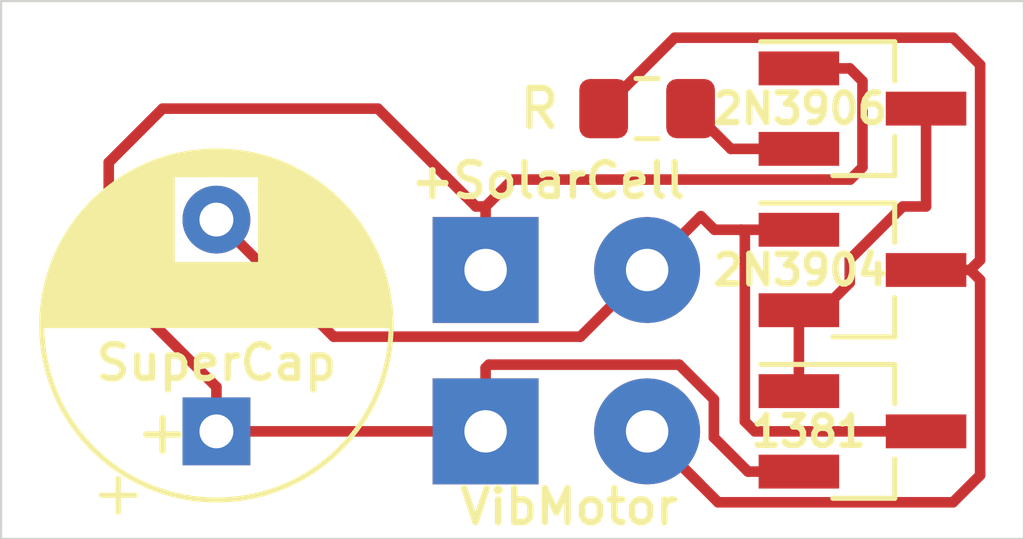
<source format=kicad_pcb>
(kicad_pcb (version 20171130) (host pcbnew "(5.1.2-1)-1")

  (general
    (thickness 1.6)
    (drawings 6)
    (tracks 54)
    (zones 0)
    (modules 7)
    (nets 6)
  )

  (page A4)
  (layers
    (0 F.Cu signal)
    (31 B.Cu signal hide)
    (32 B.Adhes user hide)
    (33 F.Adhes user hide)
    (34 B.Paste user)
    (35 F.Paste user hide)
    (36 B.SilkS user)
    (37 F.SilkS user)
    (38 B.Mask user hide)
    (39 F.Mask user hide)
    (40 Dwgs.User user hide)
    (41 Cmts.User user hide)
    (42 Eco1.User user hide)
    (43 Eco2.User user hide)
    (44 Edge.Cuts user)
    (45 Margin user hide)
    (46 B.CrtYd user hide)
    (47 F.CrtYd user)
    (48 B.Fab user hide)
    (49 F.Fab user hide)
  )

  (setup
    (last_trace_width 0.25)
    (trace_clearance 0.2)
    (zone_clearance 0.508)
    (zone_45_only no)
    (trace_min 0.2)
    (via_size 0.8)
    (via_drill 0.4)
    (via_min_size 0.4)
    (via_min_drill 0.3)
    (uvia_size 0.3)
    (uvia_drill 0.1)
    (uvias_allowed no)
    (uvia_min_size 0.2)
    (uvia_min_drill 0.1)
    (edge_width 0.05)
    (segment_width 0.2)
    (pcb_text_width 0.3)
    (pcb_text_size 1.5 1.5)
    (mod_edge_width 0.12)
    (mod_text_size 1 1)
    (mod_text_width 0.15)
    (pad_size 1.524 1.524)
    (pad_drill 0.762)
    (pad_to_mask_clearance 0.051)
    (solder_mask_min_width 0.25)
    (aux_axis_origin 0 0)
    (grid_origin 114.3 124.46)
    (visible_elements FFFFFF7F)
    (pcbplotparams
      (layerselection 0x010fc_ffffffff)
      (usegerberextensions false)
      (usegerberattributes false)
      (usegerberadvancedattributes false)
      (creategerberjobfile false)
      (excludeedgelayer true)
      (linewidth 0.100000)
      (plotframeref false)
      (viasonmask false)
      (mode 1)
      (useauxorigin false)
      (hpglpennumber 1)
      (hpglpenspeed 20)
      (hpglpendiameter 15.000000)
      (psnegative false)
      (psa4output false)
      (plotreference true)
      (plotvalue true)
      (plotinvisibletext false)
      (padsonsilk false)
      (subtractmaskfromsilk false)
      (outputformat 1)
      (mirror false)
      (drillshape 0)
      (scaleselection 1)
      (outputdirectory "/Users/aquillen/Desktop/jello_robos/KiCad_lab/beamer_small/gerberfiles/"))
  )

  (net 0 "")
  (net 1 "Net-(C1-Pad1)")
  (net 2 "Net-(C1-Pad2)")
  (net 3 "Net-(M1-Pad2)")
  (net 4 "Net-(Q1-Pad3)")
  (net 5 "Net-(Q1-Pad2)")

  (net_class Default "This is the default net class."
    (clearance 0.2)
    (trace_width 0.25)
    (via_dia 0.8)
    (via_drill 0.4)
    (uvia_dia 0.3)
    (uvia_drill 0.1)
    (add_net "Net-(C1-Pad1)")
    (add_net "Net-(C1-Pad2)")
    (add_net "Net-(M1-Pad2)")
    (add_net "Net-(Q1-Pad2)")
    (add_net "Net-(Q1-Pad3)")
  )

  (module Package_TO_SOT_SMD:SOT-23_Handsoldering (layer F.Cu) (tedit 5A0AB76C) (tstamp 5D292425)
    (at 134.62 118.11)
    (descr "SOT-23, Handsoldering")
    (tags SOT-23)
    (path /5D27E642)
    (attr smd)
    (fp_text reference 2N3904 (at -1.47 0) (layer F.SilkS)
      (effects (font (size 0.7 0.7) (thickness 0.15)))
    )
    (fp_text value 2N3904 (at 1.27 1.27) (layer F.Fab)
      (effects (font (size 0.8 0.8) (thickness 0.15)))
    )
    (fp_text user %R (at 0 0 90) (layer F.Fab)
      (effects (font (size 0.5 0.5) (thickness 0.075)))
    )
    (fp_line (start 0.76 1.58) (end 0.76 0.65) (layer F.SilkS) (width 0.12))
    (fp_line (start 0.76 -1.58) (end 0.76 -0.65) (layer F.SilkS) (width 0.12))
    (fp_line (start -2.7 -1.75) (end 2.7 -1.75) (layer F.CrtYd) (width 0.05))
    (fp_line (start 2.7 -1.75) (end 2.7 1.75) (layer F.CrtYd) (width 0.05))
    (fp_line (start 2.7 1.75) (end -2.7 1.75) (layer F.CrtYd) (width 0.05))
    (fp_line (start -2.7 1.75) (end -2.7 -1.75) (layer F.CrtYd) (width 0.05))
    (fp_line (start 0.76 -1.58) (end -2.4 -1.58) (layer F.SilkS) (width 0.12))
    (fp_line (start -0.7 -0.95) (end -0.7 1.5) (layer F.Fab) (width 0.1))
    (fp_line (start -0.15 -1.52) (end 0.7 -1.52) (layer F.Fab) (width 0.1))
    (fp_line (start -0.7 -0.95) (end -0.15 -1.52) (layer F.Fab) (width 0.1))
    (fp_line (start 0.7 -1.52) (end 0.7 1.52) (layer F.Fab) (width 0.1))
    (fp_line (start -0.7 1.52) (end 0.7 1.52) (layer F.Fab) (width 0.1))
    (fp_line (start 0.76 1.58) (end -0.7 1.58) (layer F.SilkS) (width 0.12))
    (pad 1 smd rect (at -1.5 -0.95) (size 1.9 0.8) (layers F.Cu F.Paste F.Mask)
      (net 2 "Net-(C1-Pad2)"))
    (pad 2 smd rect (at -1.5 0.95) (size 1.9 0.8) (layers F.Cu F.Paste F.Mask)
      (net 4 "Net-(Q1-Pad3)"))
    (pad 3 smd rect (at 1.5 0) (size 1.9 0.8) (layers F.Cu F.Paste F.Mask)
      (net 3 "Net-(M1-Pad2)"))
    (model ${KISYS3DMOD}/Package_TO_SOT_SMD.3dshapes/SOT-23.wrl
      (at (xyz 0 0 0))
      (scale (xyz 1 1 1))
      (rotate (xyz 0 0 0))
    )
  )

  (module Capacitor_THT:CP_Radial_D8.0mm_P5.00mm (layer F.Cu) (tedit 5AE50EF0) (tstamp 5D2923F0)
    (at 119.38 121.92 90)
    (descr "CP, Radial series, Radial, pin pitch=5.00mm, , diameter=8mm, Electrolytic Capacitor")
    (tags "CP Radial series Radial pin pitch 5.00mm  diameter 8mm Electrolytic Capacitor")
    (path /5D29278E)
    (fp_text reference SuperCap (at 1.62 0 180) (layer F.SilkS)
      (effects (font (size 0.8 0.8) (thickness 0.15)))
    )
    (fp_text value SuperCap (at 1.62 0 180) (layer F.Fab)
      (effects (font (size 0.9 0.9) (thickness 0.15)))
    )
    (fp_circle (center 2.5 0) (end 6.5 0) (layer F.Fab) (width 0.1))
    (fp_circle (center 2.5 0) (end 6.62 0) (layer F.SilkS) (width 0.12))
    (fp_circle (center 2.5 0) (end 6.75 0) (layer F.CrtYd) (width 0.05))
    (fp_line (start -0.926759 -1.7475) (end -0.126759 -1.7475) (layer F.Fab) (width 0.1))
    (fp_line (start -0.526759 -2.1475) (end -0.526759 -1.3475) (layer F.Fab) (width 0.1))
    (fp_line (start 2.5 -4.08) (end 2.5 4.08) (layer F.SilkS) (width 0.12))
    (fp_line (start 2.54 -4.08) (end 2.54 4.08) (layer F.SilkS) (width 0.12))
    (fp_line (start 2.58 -4.08) (end 2.58 4.08) (layer F.SilkS) (width 0.12))
    (fp_line (start 2.62 -4.079) (end 2.62 4.079) (layer F.SilkS) (width 0.12))
    (fp_line (start 2.66 -4.077) (end 2.66 4.077) (layer F.SilkS) (width 0.12))
    (fp_line (start 2.7 -4.076) (end 2.7 4.076) (layer F.SilkS) (width 0.12))
    (fp_line (start 2.74 -4.074) (end 2.74 4.074) (layer F.SilkS) (width 0.12))
    (fp_line (start 2.78 -4.071) (end 2.78 4.071) (layer F.SilkS) (width 0.12))
    (fp_line (start 2.82 -4.068) (end 2.82 4.068) (layer F.SilkS) (width 0.12))
    (fp_line (start 2.86 -4.065) (end 2.86 4.065) (layer F.SilkS) (width 0.12))
    (fp_line (start 2.9 -4.061) (end 2.9 4.061) (layer F.SilkS) (width 0.12))
    (fp_line (start 2.94 -4.057) (end 2.94 4.057) (layer F.SilkS) (width 0.12))
    (fp_line (start 2.98 -4.052) (end 2.98 4.052) (layer F.SilkS) (width 0.12))
    (fp_line (start 3.02 -4.048) (end 3.02 4.048) (layer F.SilkS) (width 0.12))
    (fp_line (start 3.06 -4.042) (end 3.06 4.042) (layer F.SilkS) (width 0.12))
    (fp_line (start 3.1 -4.037) (end 3.1 4.037) (layer F.SilkS) (width 0.12))
    (fp_line (start 3.14 -4.03) (end 3.14 4.03) (layer F.SilkS) (width 0.12))
    (fp_line (start 3.18 -4.024) (end 3.18 4.024) (layer F.SilkS) (width 0.12))
    (fp_line (start 3.221 -4.017) (end 3.221 4.017) (layer F.SilkS) (width 0.12))
    (fp_line (start 3.261 -4.01) (end 3.261 4.01) (layer F.SilkS) (width 0.12))
    (fp_line (start 3.301 -4.002) (end 3.301 4.002) (layer F.SilkS) (width 0.12))
    (fp_line (start 3.341 -3.994) (end 3.341 3.994) (layer F.SilkS) (width 0.12))
    (fp_line (start 3.381 -3.985) (end 3.381 3.985) (layer F.SilkS) (width 0.12))
    (fp_line (start 3.421 -3.976) (end 3.421 3.976) (layer F.SilkS) (width 0.12))
    (fp_line (start 3.461 -3.967) (end 3.461 3.967) (layer F.SilkS) (width 0.12))
    (fp_line (start 3.501 -3.957) (end 3.501 3.957) (layer F.SilkS) (width 0.12))
    (fp_line (start 3.541 -3.947) (end 3.541 3.947) (layer F.SilkS) (width 0.12))
    (fp_line (start 3.581 -3.936) (end 3.581 3.936) (layer F.SilkS) (width 0.12))
    (fp_line (start 3.621 -3.925) (end 3.621 3.925) (layer F.SilkS) (width 0.12))
    (fp_line (start 3.661 -3.914) (end 3.661 3.914) (layer F.SilkS) (width 0.12))
    (fp_line (start 3.701 -3.902) (end 3.701 3.902) (layer F.SilkS) (width 0.12))
    (fp_line (start 3.741 -3.889) (end 3.741 3.889) (layer F.SilkS) (width 0.12))
    (fp_line (start 3.781 -3.877) (end 3.781 3.877) (layer F.SilkS) (width 0.12))
    (fp_line (start 3.821 -3.863) (end 3.821 3.863) (layer F.SilkS) (width 0.12))
    (fp_line (start 3.861 -3.85) (end 3.861 3.85) (layer F.SilkS) (width 0.12))
    (fp_line (start 3.901 -3.835) (end 3.901 3.835) (layer F.SilkS) (width 0.12))
    (fp_line (start 3.941 -3.821) (end 3.941 3.821) (layer F.SilkS) (width 0.12))
    (fp_line (start 3.981 -3.805) (end 3.981 -1.04) (layer F.SilkS) (width 0.12))
    (fp_line (start 3.981 1.04) (end 3.981 3.805) (layer F.SilkS) (width 0.12))
    (fp_line (start 4.021 -3.79) (end 4.021 -1.04) (layer F.SilkS) (width 0.12))
    (fp_line (start 4.021 1.04) (end 4.021 3.79) (layer F.SilkS) (width 0.12))
    (fp_line (start 4.061 -3.774) (end 4.061 -1.04) (layer F.SilkS) (width 0.12))
    (fp_line (start 4.061 1.04) (end 4.061 3.774) (layer F.SilkS) (width 0.12))
    (fp_line (start 4.101 -3.757) (end 4.101 -1.04) (layer F.SilkS) (width 0.12))
    (fp_line (start 4.101 1.04) (end 4.101 3.757) (layer F.SilkS) (width 0.12))
    (fp_line (start 4.141 -3.74) (end 4.141 -1.04) (layer F.SilkS) (width 0.12))
    (fp_line (start 4.141 1.04) (end 4.141 3.74) (layer F.SilkS) (width 0.12))
    (fp_line (start 4.181 -3.722) (end 4.181 -1.04) (layer F.SilkS) (width 0.12))
    (fp_line (start 4.181 1.04) (end 4.181 3.722) (layer F.SilkS) (width 0.12))
    (fp_line (start 4.221 -3.704) (end 4.221 -1.04) (layer F.SilkS) (width 0.12))
    (fp_line (start 4.221 1.04) (end 4.221 3.704) (layer F.SilkS) (width 0.12))
    (fp_line (start 4.261 -3.686) (end 4.261 -1.04) (layer F.SilkS) (width 0.12))
    (fp_line (start 4.261 1.04) (end 4.261 3.686) (layer F.SilkS) (width 0.12))
    (fp_line (start 4.301 -3.666) (end 4.301 -1.04) (layer F.SilkS) (width 0.12))
    (fp_line (start 4.301 1.04) (end 4.301 3.666) (layer F.SilkS) (width 0.12))
    (fp_line (start 4.341 -3.647) (end 4.341 -1.04) (layer F.SilkS) (width 0.12))
    (fp_line (start 4.341 1.04) (end 4.341 3.647) (layer F.SilkS) (width 0.12))
    (fp_line (start 4.381 -3.627) (end 4.381 -1.04) (layer F.SilkS) (width 0.12))
    (fp_line (start 4.381 1.04) (end 4.381 3.627) (layer F.SilkS) (width 0.12))
    (fp_line (start 4.421 -3.606) (end 4.421 -1.04) (layer F.SilkS) (width 0.12))
    (fp_line (start 4.421 1.04) (end 4.421 3.606) (layer F.SilkS) (width 0.12))
    (fp_line (start 4.461 -3.584) (end 4.461 -1.04) (layer F.SilkS) (width 0.12))
    (fp_line (start 4.461 1.04) (end 4.461 3.584) (layer F.SilkS) (width 0.12))
    (fp_line (start 4.501 -3.562) (end 4.501 -1.04) (layer F.SilkS) (width 0.12))
    (fp_line (start 4.501 1.04) (end 4.501 3.562) (layer F.SilkS) (width 0.12))
    (fp_line (start 4.541 -3.54) (end 4.541 -1.04) (layer F.SilkS) (width 0.12))
    (fp_line (start 4.541 1.04) (end 4.541 3.54) (layer F.SilkS) (width 0.12))
    (fp_line (start 4.581 -3.517) (end 4.581 -1.04) (layer F.SilkS) (width 0.12))
    (fp_line (start 4.581 1.04) (end 4.581 3.517) (layer F.SilkS) (width 0.12))
    (fp_line (start 4.621 -3.493) (end 4.621 -1.04) (layer F.SilkS) (width 0.12))
    (fp_line (start 4.621 1.04) (end 4.621 3.493) (layer F.SilkS) (width 0.12))
    (fp_line (start 4.661 -3.469) (end 4.661 -1.04) (layer F.SilkS) (width 0.12))
    (fp_line (start 4.661 1.04) (end 4.661 3.469) (layer F.SilkS) (width 0.12))
    (fp_line (start 4.701 -3.444) (end 4.701 -1.04) (layer F.SilkS) (width 0.12))
    (fp_line (start 4.701 1.04) (end 4.701 3.444) (layer F.SilkS) (width 0.12))
    (fp_line (start 4.741 -3.418) (end 4.741 -1.04) (layer F.SilkS) (width 0.12))
    (fp_line (start 4.741 1.04) (end 4.741 3.418) (layer F.SilkS) (width 0.12))
    (fp_line (start 4.781 -3.392) (end 4.781 -1.04) (layer F.SilkS) (width 0.12))
    (fp_line (start 4.781 1.04) (end 4.781 3.392) (layer F.SilkS) (width 0.12))
    (fp_line (start 4.821 -3.365) (end 4.821 -1.04) (layer F.SilkS) (width 0.12))
    (fp_line (start 4.821 1.04) (end 4.821 3.365) (layer F.SilkS) (width 0.12))
    (fp_line (start 4.861 -3.338) (end 4.861 -1.04) (layer F.SilkS) (width 0.12))
    (fp_line (start 4.861 1.04) (end 4.861 3.338) (layer F.SilkS) (width 0.12))
    (fp_line (start 4.901 -3.309) (end 4.901 -1.04) (layer F.SilkS) (width 0.12))
    (fp_line (start 4.901 1.04) (end 4.901 3.309) (layer F.SilkS) (width 0.12))
    (fp_line (start 4.941 -3.28) (end 4.941 -1.04) (layer F.SilkS) (width 0.12))
    (fp_line (start 4.941 1.04) (end 4.941 3.28) (layer F.SilkS) (width 0.12))
    (fp_line (start 4.981 -3.25) (end 4.981 -1.04) (layer F.SilkS) (width 0.12))
    (fp_line (start 4.981 1.04) (end 4.981 3.25) (layer F.SilkS) (width 0.12))
    (fp_line (start 5.021 -3.22) (end 5.021 -1.04) (layer F.SilkS) (width 0.12))
    (fp_line (start 5.021 1.04) (end 5.021 3.22) (layer F.SilkS) (width 0.12))
    (fp_line (start 5.061 -3.189) (end 5.061 -1.04) (layer F.SilkS) (width 0.12))
    (fp_line (start 5.061 1.04) (end 5.061 3.189) (layer F.SilkS) (width 0.12))
    (fp_line (start 5.101 -3.156) (end 5.101 -1.04) (layer F.SilkS) (width 0.12))
    (fp_line (start 5.101 1.04) (end 5.101 3.156) (layer F.SilkS) (width 0.12))
    (fp_line (start 5.141 -3.124) (end 5.141 -1.04) (layer F.SilkS) (width 0.12))
    (fp_line (start 5.141 1.04) (end 5.141 3.124) (layer F.SilkS) (width 0.12))
    (fp_line (start 5.181 -3.09) (end 5.181 -1.04) (layer F.SilkS) (width 0.12))
    (fp_line (start 5.181 1.04) (end 5.181 3.09) (layer F.SilkS) (width 0.12))
    (fp_line (start 5.221 -3.055) (end 5.221 -1.04) (layer F.SilkS) (width 0.12))
    (fp_line (start 5.221 1.04) (end 5.221 3.055) (layer F.SilkS) (width 0.12))
    (fp_line (start 5.261 -3.019) (end 5.261 -1.04) (layer F.SilkS) (width 0.12))
    (fp_line (start 5.261 1.04) (end 5.261 3.019) (layer F.SilkS) (width 0.12))
    (fp_line (start 5.301 -2.983) (end 5.301 -1.04) (layer F.SilkS) (width 0.12))
    (fp_line (start 5.301 1.04) (end 5.301 2.983) (layer F.SilkS) (width 0.12))
    (fp_line (start 5.341 -2.945) (end 5.341 -1.04) (layer F.SilkS) (width 0.12))
    (fp_line (start 5.341 1.04) (end 5.341 2.945) (layer F.SilkS) (width 0.12))
    (fp_line (start 5.381 -2.907) (end 5.381 -1.04) (layer F.SilkS) (width 0.12))
    (fp_line (start 5.381 1.04) (end 5.381 2.907) (layer F.SilkS) (width 0.12))
    (fp_line (start 5.421 -2.867) (end 5.421 -1.04) (layer F.SilkS) (width 0.12))
    (fp_line (start 5.421 1.04) (end 5.421 2.867) (layer F.SilkS) (width 0.12))
    (fp_line (start 5.461 -2.826) (end 5.461 -1.04) (layer F.SilkS) (width 0.12))
    (fp_line (start 5.461 1.04) (end 5.461 2.826) (layer F.SilkS) (width 0.12))
    (fp_line (start 5.501 -2.784) (end 5.501 -1.04) (layer F.SilkS) (width 0.12))
    (fp_line (start 5.501 1.04) (end 5.501 2.784) (layer F.SilkS) (width 0.12))
    (fp_line (start 5.541 -2.741) (end 5.541 -1.04) (layer F.SilkS) (width 0.12))
    (fp_line (start 5.541 1.04) (end 5.541 2.741) (layer F.SilkS) (width 0.12))
    (fp_line (start 5.581 -2.697) (end 5.581 -1.04) (layer F.SilkS) (width 0.12))
    (fp_line (start 5.581 1.04) (end 5.581 2.697) (layer F.SilkS) (width 0.12))
    (fp_line (start 5.621 -2.651) (end 5.621 -1.04) (layer F.SilkS) (width 0.12))
    (fp_line (start 5.621 1.04) (end 5.621 2.651) (layer F.SilkS) (width 0.12))
    (fp_line (start 5.661 -2.604) (end 5.661 -1.04) (layer F.SilkS) (width 0.12))
    (fp_line (start 5.661 1.04) (end 5.661 2.604) (layer F.SilkS) (width 0.12))
    (fp_line (start 5.701 -2.556) (end 5.701 -1.04) (layer F.SilkS) (width 0.12))
    (fp_line (start 5.701 1.04) (end 5.701 2.556) (layer F.SilkS) (width 0.12))
    (fp_line (start 5.741 -2.505) (end 5.741 -1.04) (layer F.SilkS) (width 0.12))
    (fp_line (start 5.741 1.04) (end 5.741 2.505) (layer F.SilkS) (width 0.12))
    (fp_line (start 5.781 -2.454) (end 5.781 -1.04) (layer F.SilkS) (width 0.12))
    (fp_line (start 5.781 1.04) (end 5.781 2.454) (layer F.SilkS) (width 0.12))
    (fp_line (start 5.821 -2.4) (end 5.821 -1.04) (layer F.SilkS) (width 0.12))
    (fp_line (start 5.821 1.04) (end 5.821 2.4) (layer F.SilkS) (width 0.12))
    (fp_line (start 5.861 -2.345) (end 5.861 -1.04) (layer F.SilkS) (width 0.12))
    (fp_line (start 5.861 1.04) (end 5.861 2.345) (layer F.SilkS) (width 0.12))
    (fp_line (start 5.901 -2.287) (end 5.901 -1.04) (layer F.SilkS) (width 0.12))
    (fp_line (start 5.901 1.04) (end 5.901 2.287) (layer F.SilkS) (width 0.12))
    (fp_line (start 5.941 -2.228) (end 5.941 -1.04) (layer F.SilkS) (width 0.12))
    (fp_line (start 5.941 1.04) (end 5.941 2.228) (layer F.SilkS) (width 0.12))
    (fp_line (start 5.981 -2.166) (end 5.981 -1.04) (layer F.SilkS) (width 0.12))
    (fp_line (start 5.981 1.04) (end 5.981 2.166) (layer F.SilkS) (width 0.12))
    (fp_line (start 6.021 -2.102) (end 6.021 -1.04) (layer F.SilkS) (width 0.12))
    (fp_line (start 6.021 1.04) (end 6.021 2.102) (layer F.SilkS) (width 0.12))
    (fp_line (start 6.061 -2.034) (end 6.061 2.034) (layer F.SilkS) (width 0.12))
    (fp_line (start 6.101 -1.964) (end 6.101 1.964) (layer F.SilkS) (width 0.12))
    (fp_line (start 6.141 -1.89) (end 6.141 1.89) (layer F.SilkS) (width 0.12))
    (fp_line (start 6.181 -1.813) (end 6.181 1.813) (layer F.SilkS) (width 0.12))
    (fp_line (start 6.221 -1.731) (end 6.221 1.731) (layer F.SilkS) (width 0.12))
    (fp_line (start 6.261 -1.645) (end 6.261 1.645) (layer F.SilkS) (width 0.12))
    (fp_line (start 6.301 -1.552) (end 6.301 1.552) (layer F.SilkS) (width 0.12))
    (fp_line (start 6.341 -1.453) (end 6.341 1.453) (layer F.SilkS) (width 0.12))
    (fp_line (start 6.381 -1.346) (end 6.381 1.346) (layer F.SilkS) (width 0.12))
    (fp_line (start 6.421 -1.229) (end 6.421 1.229) (layer F.SilkS) (width 0.12))
    (fp_line (start 6.461 -1.098) (end 6.461 1.098) (layer F.SilkS) (width 0.12))
    (fp_line (start 6.501 -0.948) (end 6.501 0.948) (layer F.SilkS) (width 0.12))
    (fp_line (start 6.541 -0.768) (end 6.541 0.768) (layer F.SilkS) (width 0.12))
    (fp_line (start 6.581 -0.533) (end 6.581 0.533) (layer F.SilkS) (width 0.12))
    (fp_line (start -1.909698 -2.315) (end -1.109698 -2.315) (layer F.SilkS) (width 0.12))
    (fp_line (start -1.509698 -2.715) (end -1.509698 -1.915) (layer F.SilkS) (width 0.12))
    (pad 1 thru_hole rect (at 0 0 90) (size 1.6 1.6) (drill 0.8) (layers *.Cu *.Mask)
      (net 1 "Net-(C1-Pad1)"))
    (pad 2 thru_hole circle (at 5 0 90) (size 1.6 1.6) (drill 0.8) (layers *.Cu *.Mask)
      (net 2 "Net-(C1-Pad2)"))
    (model ${KISYS3DMOD}/Capacitor_THT.3dshapes/CP_Radial_D8.0mm_P5.00mm.wrl
      (at (xyz 0 0 0))
      (scale (xyz 1 1 1))
      (rotate (xyz 0 0 0))
    )
  )

  (module Connector_Wire:SolderWirePad_1x02_P3.81mm_Drill1mm (layer F.Cu) (tedit 5AEE5F04) (tstamp 5D29CE9A)
    (at 125.73 121.92)
    (descr "Wire solder connection")
    (tags connector)
    (path /5D28770A)
    (attr virtual)
    (fp_text reference VibMotor (at 1.97 1.78) (layer F.SilkS)
      (effects (font (size 0.8 0.8) (thickness 0.15)))
    )
    (fp_text value VibMotor (at 1.27 1.88) (layer F.Fab)
      (effects (font (size 0.8 0.8) (thickness 0.15)))
    )
    (fp_text user %R (at 1.905 0) (layer F.Fab) hide
      (effects (font (size 0.8 0.8) (thickness 0.15)))
    )
    (fp_line (start -1.74 -1.75) (end 5.56 -1.75) (layer F.CrtYd) (width 0.05))
    (fp_line (start -1.74 -1.75) (end -1.74 1.75) (layer F.CrtYd) (width 0.05))
    (fp_line (start 5.56 1.75) (end 5.56 -1.75) (layer F.CrtYd) (width 0.05))
    (fp_line (start 5.56 1.75) (end -1.74 1.75) (layer F.CrtYd) (width 0.05))
    (pad 1 thru_hole rect (at 0 0) (size 2.49936 2.49936) (drill 1.00076) (layers *.Cu *.Mask)
      (net 1 "Net-(C1-Pad1)"))
    (pad 2 thru_hole circle (at 3.81 0) (size 2.49936 2.49936) (drill 1.00076) (layers *.Cu *.Mask)
      (net 3 "Net-(M1-Pad2)"))
  )

  (module Package_TO_SOT_SMD:SOT-23_Handsoldering (layer F.Cu) (tedit 5A0AB76C) (tstamp 5D292410)
    (at 134.62 114.3)
    (descr "SOT-23, Handsoldering")
    (tags SOT-23)
    (path /5D27ECD4)
    (attr smd)
    (fp_text reference 2N3906 (at -1.47 0) (layer F.SilkS)
      (effects (font (size 0.7 0.7) (thickness 0.15)))
    )
    (fp_text value 2N3906 (at 1.27 1.27 180) (layer F.Fab)
      (effects (font (size 0.8 0.8) (thickness 0.15)))
    )
    (fp_line (start 0.76 1.58) (end -0.7 1.58) (layer F.SilkS) (width 0.12))
    (fp_line (start -0.7 1.52) (end 0.7 1.52) (layer F.Fab) (width 0.1))
    (fp_line (start 0.7 -1.52) (end 0.7 1.52) (layer F.Fab) (width 0.1))
    (fp_line (start -0.7 -0.95) (end -0.15 -1.52) (layer F.Fab) (width 0.1))
    (fp_line (start -0.15 -1.52) (end 0.7 -1.52) (layer F.Fab) (width 0.1))
    (fp_line (start -0.7 -0.95) (end -0.7 1.5) (layer F.Fab) (width 0.1))
    (fp_line (start 0.76 -1.58) (end -2.4 -1.58) (layer F.SilkS) (width 0.12))
    (fp_line (start -2.7 1.75) (end -2.7 -1.75) (layer F.CrtYd) (width 0.05))
    (fp_line (start 2.7 1.75) (end -2.7 1.75) (layer F.CrtYd) (width 0.05))
    (fp_line (start 2.7 -1.75) (end 2.7 1.75) (layer F.CrtYd) (width 0.05))
    (fp_line (start -2.7 -1.75) (end 2.7 -1.75) (layer F.CrtYd) (width 0.05))
    (fp_line (start 0.76 -1.58) (end 0.76 -0.65) (layer F.SilkS) (width 0.12))
    (fp_line (start 0.76 1.58) (end 0.76 0.65) (layer F.SilkS) (width 0.12))
    (fp_text user %R (at 0 0 90) (layer F.Fab)
      (effects (font (size 0.5 0.5) (thickness 0.075)))
    )
    (pad 3 smd rect (at 1.5 0) (size 1.9 0.8) (layers F.Cu F.Paste F.Mask)
      (net 4 "Net-(Q1-Pad3)"))
    (pad 2 smd rect (at -1.5 0.95) (size 1.9 0.8) (layers F.Cu F.Paste F.Mask)
      (net 5 "Net-(Q1-Pad2)"))
    (pad 1 smd rect (at -1.5 -0.95) (size 1.9 0.8) (layers F.Cu F.Paste F.Mask)
      (net 1 "Net-(C1-Pad1)"))
    (model ${KISYS3DMOD}/Package_TO_SOT_SMD.3dshapes/SOT-23.wrl
      (at (xyz 0 0 0))
      (scale (xyz 1 1 1))
      (rotate (xyz 0 0 0))
    )
  )

  (module Resistor_SMD:R_0805_2012Metric_Pad1.15x1.40mm_HandSolder (layer F.Cu) (tedit 5B36C52B) (tstamp 5D292436)
    (at 129.54 114.3 180)
    (descr "Resistor SMD 0805 (2012 Metric), square (rectangular) end terminal, IPC_7351 nominal with elongated pad for handsoldering. (Body size source: https://docs.google.com/spreadsheets/d/1BsfQQcO9C6DZCsRaXUlFlo91Tg2WpOkGARC1WS5S8t0/edit?usp=sharing), generated with kicad-footprint-generator")
    (tags "resistor handsolder")
    (path /5D28C5DE)
    (attr smd)
    (fp_text reference R (at 2.54 0) (layer F.SilkS)
      (effects (font (size 0.9 0.9) (thickness 0.15)))
    )
    (fp_text value R (at 2.54 0) (layer F.Fab)
      (effects (font (size 1 1) (thickness 0.15)))
    )
    (fp_line (start -1 0.6) (end -1 -0.6) (layer F.Fab) (width 0.1))
    (fp_line (start -1 -0.6) (end 1 -0.6) (layer F.Fab) (width 0.1))
    (fp_line (start 1 -0.6) (end 1 0.6) (layer F.Fab) (width 0.1))
    (fp_line (start 1 0.6) (end -1 0.6) (layer F.Fab) (width 0.1))
    (fp_line (start -0.261252 -0.71) (end 0.261252 -0.71) (layer F.SilkS) (width 0.12))
    (fp_line (start -0.261252 0.71) (end 0.261252 0.71) (layer F.SilkS) (width 0.12))
    (fp_line (start -1.85 0.95) (end -1.85 -0.95) (layer F.CrtYd) (width 0.05))
    (fp_line (start -1.85 -0.95) (end 1.85 -0.95) (layer F.CrtYd) (width 0.05))
    (fp_line (start 1.85 -0.95) (end 1.85 0.95) (layer F.CrtYd) (width 0.05))
    (fp_line (start 1.85 0.95) (end -1.85 0.95) (layer F.CrtYd) (width 0.05))
    (fp_text user %R (at 0 0) (layer F.Fab)
      (effects (font (size 0.5 0.5) (thickness 0.08)))
    )
    (pad 1 smd roundrect (at -1.025 0 180) (size 1.15 1.4) (layers F.Cu F.Paste F.Mask) (roundrect_rratio 0.217391)
      (net 5 "Net-(Q1-Pad2)"))
    (pad 2 smd roundrect (at 1.025 0 180) (size 1.15 1.4) (layers F.Cu F.Paste F.Mask) (roundrect_rratio 0.217391)
      (net 3 "Net-(M1-Pad2)"))
    (model ${KISYS3DMOD}/Resistor_SMD.3dshapes/R_0805_2012Metric.wrl
      (at (xyz 0 0 0))
      (scale (xyz 1 1 1))
      (rotate (xyz 0 0 0))
    )
  )

  (module Package_TO_SOT_SMD:SOT-23_Handsoldering (layer F.Cu) (tedit 5A0AB76C) (tstamp 5D292456)
    (at 134.62 121.92)
    (descr "SOT-23, Handsoldering")
    (tags SOT-23)
    (path /5D299D5B)
    (attr smd)
    (fp_text reference 1381 (at -1.27 0) (layer F.SilkS)
      (effects (font (size 0.7 0.7) (thickness 0.15)))
    )
    (fp_text value 1381 (at 1.27 1.27 180) (layer F.Fab)
      (effects (font (size 0.8 0.8) (thickness 0.15)))
    )
    (fp_text user %R (at 0 0 90) (layer F.Fab)
      (effects (font (size 0.5 0.5) (thickness 0.075)))
    )
    (fp_line (start 0.76 1.58) (end 0.76 0.65) (layer F.SilkS) (width 0.12))
    (fp_line (start 0.76 -1.58) (end 0.76 -0.65) (layer F.SilkS) (width 0.12))
    (fp_line (start -2.7 -1.75) (end 2.7 -1.75) (layer F.CrtYd) (width 0.05))
    (fp_line (start 2.7 -1.75) (end 2.7 1.75) (layer F.CrtYd) (width 0.05))
    (fp_line (start 2.7 1.75) (end -2.7 1.75) (layer F.CrtYd) (width 0.05))
    (fp_line (start -2.7 1.75) (end -2.7 -1.75) (layer F.CrtYd) (width 0.05))
    (fp_line (start 0.76 -1.58) (end -2.4 -1.58) (layer F.SilkS) (width 0.12))
    (fp_line (start -0.7 -0.95) (end -0.7 1.5) (layer F.Fab) (width 0.1))
    (fp_line (start -0.15 -1.52) (end 0.7 -1.52) (layer F.Fab) (width 0.1))
    (fp_line (start -0.7 -0.95) (end -0.15 -1.52) (layer F.Fab) (width 0.1))
    (fp_line (start 0.7 -1.52) (end 0.7 1.52) (layer F.Fab) (width 0.1))
    (fp_line (start -0.7 1.52) (end 0.7 1.52) (layer F.Fab) (width 0.1))
    (fp_line (start 0.76 1.58) (end -0.7 1.58) (layer F.SilkS) (width 0.12))
    (pad 1 smd rect (at -1.5 -0.95) (size 1.9 0.8) (layers F.Cu F.Paste F.Mask)
      (net 4 "Net-(Q1-Pad3)"))
    (pad 2 smd rect (at -1.5 0.95) (size 1.9 0.8) (layers F.Cu F.Paste F.Mask)
      (net 1 "Net-(C1-Pad1)"))
    (pad 3 smd rect (at 1.5 0) (size 1.9 0.8) (layers F.Cu F.Paste F.Mask)
      (net 2 "Net-(C1-Pad2)"))
    (model ${KISYS3DMOD}/Package_TO_SOT_SMD.3dshapes/SOT-23.wrl
      (at (xyz 0 0 0))
      (scale (xyz 1 1 1))
      (rotate (xyz 0 0 0))
    )
  )

  (module Connector_Wire:SolderWirePad_1x02_P3.81mm_Drill1mm (layer F.Cu) (tedit 5AEE5F04) (tstamp 5D2927E1)
    (at 125.73 118.11)
    (descr "Wire solder connection")
    (tags connector)
    (path /5D293235)
    (attr virtual)
    (fp_text reference +SolarCell (at 1.47 -2.11) (layer F.SilkS)
      (effects (font (size 0.8 0.8) (thickness 0.15)))
    )
    (fp_text value SolarCell (at 1.57 -2.54 180) (layer F.Fab)
      (effects (font (size 0.8 0.8) (thickness 0.15)))
    )
    (fp_line (start -1.74 -1.75) (end 5.56 -1.75) (layer F.CrtYd) (width 0.05))
    (fp_line (start -1.74 -1.75) (end -1.74 1.75) (layer F.CrtYd) (width 0.05))
    (fp_line (start 5.56 1.75) (end 5.56 -1.75) (layer F.CrtYd) (width 0.05))
    (fp_line (start 5.56 1.75) (end -1.74 1.75) (layer F.CrtYd) (width 0.05))
    (pad 1 thru_hole rect (at 0 0) (size 2.49936 2.49936) (drill 1.00076) (layers *.Cu *.Mask)
      (net 1 "Net-(C1-Pad1)"))
    (pad 2 thru_hole circle (at 3.81 0) (size 2.49936 2.49936) (drill 1.00076) (layers *.Cu *.Mask)
      (net 2 "Net-(C1-Pad2)"))
  )

  (gr_text + (at 118.11 121.92) (layer F.SilkS)
    (effects (font (size 1 1) (thickness 0.15)))
  )
  (gr_line (start 138.43 124.46) (end 138.43 111.76) (layer Edge.Cuts) (width 0.05) (tstamp 5D2A0CA5))
  (gr_line (start 114.3 124.46) (end 114.3 111.76) (layer Edge.Cuts) (width 0.05) (tstamp 5D2A0C9D))
  (gr_line (start 138.43 111.76) (end 114.3 111.76) (layer Edge.Cuts) (width 0.05))
  (gr_text + (at 124 115.57) (layer F.Fab)
    (effects (font (size 1 1) (thickness 0.15)))
  )
  (gr_line (start 138.43 124.46) (end 114.3 124.46) (layer Edge.Cuts) (width 0.05))

  (segment (start 125.73 116.61032) (end 125.73 118.11) (width 0.25) (layer F.Cu) (net 1))
  (segment (start 126.365319 115.975001) (end 125.73 116.61032) (width 0.25) (layer F.Cu) (net 1))
  (segment (start 134.330001 115.975001) (end 126.365319 115.975001) (width 0.25) (layer F.Cu) (net 1))
  (segment (start 134.62 115.685002) (end 134.330001 115.975001) (width 0.25) (layer F.Cu) (net 1))
  (segment (start 134.62 113.65) (end 134.62 115.685002) (width 0.25) (layer F.Cu) (net 1))
  (segment (start 134.32 113.35) (end 134.62 113.65) (width 0.25) (layer F.Cu) (net 1))
  (segment (start 133.12 113.35) (end 134.32 113.35) (width 0.25) (layer F.Cu) (net 1))
  (segment (start 125.73 120.42032) (end 125.73 121.92) (width 0.25) (layer F.Cu) (net 1))
  (segment (start 125.805001 120.345319) (end 125.73 120.42032) (width 0.25) (layer F.Cu) (net 1))
  (segment (start 130.295848 120.345319) (end 125.805001 120.345319) (width 0.25) (layer F.Cu) (net 1))
  (segment (start 131.114681 121.164152) (end 130.295848 120.345319) (width 0.25) (layer F.Cu) (net 1))
  (segment (start 131.114681 122.064681) (end 131.114681 121.164152) (width 0.25) (layer F.Cu) (net 1))
  (segment (start 131.92 122.87) (end 131.114681 122.064681) (width 0.25) (layer F.Cu) (net 1))
  (segment (start 133.12 122.87) (end 131.92 122.87) (width 0.25) (layer F.Cu) (net 1))
  (segment (start 125.73 121.92) (end 119.38 121.92) (width 0.25) (layer F.Cu) (net 1))
  (segment (start 119.38 120.87) (end 119.38 121.92) (width 0.25) (layer F.Cu) (net 1))
  (segment (start 125.50032 116.61032) (end 123.19 114.3) (width 0.25) (layer F.Cu) (net 1))
  (segment (start 116.84 118.33) (end 119.38 120.87) (width 0.25) (layer F.Cu) (net 1))
  (segment (start 125.73 116.61032) (end 125.50032 116.61032) (width 0.25) (layer F.Cu) (net 1))
  (segment (start 123.19 114.3) (end 118.11 114.3) (width 0.25) (layer F.Cu) (net 1))
  (segment (start 116.84 118.33) (end 116.84 115.57) (width 0.25) (layer F.Cu) (net 1))
  (segment (start 116.84 115.57) (end 118.11 114.3) (width 0.25) (layer F.Cu) (net 1))
  (segment (start 129.54 118.11) (end 130.81 116.84) (width 0.25) (layer F.Cu) (net 2))
  (segment (start 130.81 116.84) (end 131.13 117.16) (width 0.25) (layer F.Cu) (net 2))
  (segment (start 136.12 121.92) (end 132.08 121.92) (width 0.25) (layer F.Cu) (net 2))
  (segment (start 131.844999 121.684999) (end 131.844999 117.244999) (width 0.25) (layer F.Cu) (net 2))
  (segment (start 131.76 117.16) (end 133.12 117.16) (width 0.25) (layer F.Cu) (net 2))
  (segment (start 131.844999 117.244999) (end 131.76 117.16) (width 0.25) (layer F.Cu) (net 2))
  (segment (start 132.08 121.92) (end 131.844999 121.684999) (width 0.25) (layer F.Cu) (net 2))
  (segment (start 131.13 117.16) (end 131.76 117.16) (width 0.25) (layer F.Cu) (net 2))
  (segment (start 122.144681 119.684681) (end 119.38 116.92) (width 0.25) (layer F.Cu) (net 2))
  (segment (start 127.965319 119.684681) (end 122.144681 119.684681) (width 0.25) (layer F.Cu) (net 2))
  (segment (start 129.54 118.11) (end 127.965319 119.684681) (width 0.25) (layer F.Cu) (net 2))
  (segment (start 130.789679 123.169679) (end 129.54 121.92) (width 0.25) (layer F.Cu) (net 3))
  (segment (start 131.215001 123.595001) (end 136.754999 123.595001) (width 0.25) (layer F.Cu) (net 3))
  (segment (start 129.54 121.92) (end 131.215001 123.595001) (width 0.25) (layer F.Cu) (net 3))
  (segment (start 137.395001 122.954999) (end 137.395001 118.345001) (width 0.25) (layer F.Cu) (net 3))
  (segment (start 136.754999 123.595001) (end 137.395001 122.954999) (width 0.25) (layer F.Cu) (net 3))
  (segment (start 136.12 118.11) (end 137.16 118.11) (width 0.25) (layer F.Cu) (net 3))
  (segment (start 137.16 118.11) (end 137.395001 118.345001) (width 0.25) (layer F.Cu) (net 3))
  (segment (start 137.395001 117.874999) (end 137.16 118.11) (width 0.25) (layer F.Cu) (net 3))
  (segment (start 137.395001 113.265001) (end 137.395001 117.874999) (width 0.25) (layer F.Cu) (net 3))
  (segment (start 136.754999 112.624999) (end 137.395001 113.265001) (width 0.25) (layer F.Cu) (net 3))
  (segment (start 130.190001 112.624999) (end 136.754999 112.624999) (width 0.25) (layer F.Cu) (net 3))
  (segment (start 128.515 114.3) (end 130.190001 112.624999) (width 0.25) (layer F.Cu) (net 3))
  (segment (start 133.12 119.06) (end 133.12 120.97) (width 0.25) (layer F.Cu) (net 4))
  (segment (start 136.12 114.3) (end 136.12 116.61) (width 0.25) (layer F.Cu) (net 4))
  (segment (start 133.67 119.06) (end 133.12 119.06) (width 0.25) (layer F.Cu) (net 4))
  (segment (start 134.32 118.41) (end 133.67 119.06) (width 0.25) (layer F.Cu) (net 4))
  (segment (start 135.57 116.61) (end 134.32 117.86) (width 0.25) (layer F.Cu) (net 4))
  (segment (start 134.32 117.86) (end 134.32 118.41) (width 0.25) (layer F.Cu) (net 4))
  (segment (start 136.12 116.61) (end 135.57 116.61) (width 0.25) (layer F.Cu) (net 4))
  (segment (start 131.515 115.25) (end 130.565 114.3) (width 0.25) (layer F.Cu) (net 5))
  (segment (start 133.12 115.25) (end 131.515 115.25) (width 0.25) (layer F.Cu) (net 5))

)

</source>
